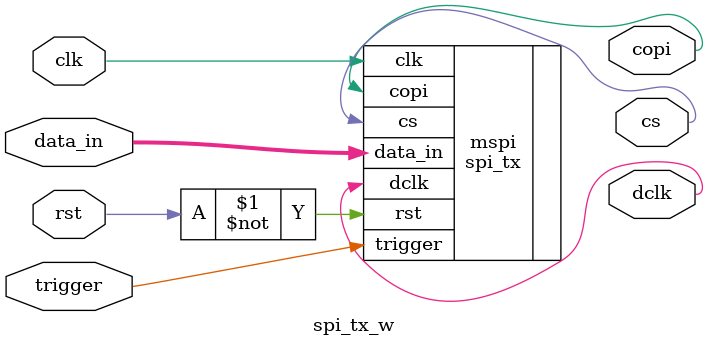
<source format=v>
module spi_tx_w(
     input wire clk,
     input wire rst,
     input wire [63:0] data_in,
     input wire trigger,
     output wire copi,
     output wire dclk,
     output wire cs
    );
    spi_tx  #(.DATA_WIDTH(64), .DATA_CLK_PERIOD(20))
    mspi
    (   .clk(clk),
        .rst(~rst), //IMPOTANT!!!
        .data_in(data_in),
        .trigger(trigger),
        .copi(copi),
        .dclk(dclk),
        .cs(cs));
endmodule

</source>
